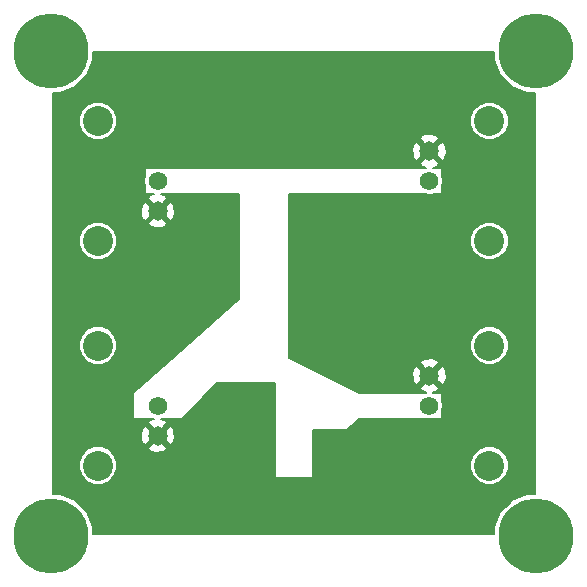
<source format=gbr>
G04 #@! TF.FileFunction,Copper,L2,Bot,Signal*
%FSLAX46Y46*%
G04 Gerber Fmt 4.6, Leading zero omitted, Abs format (unit mm)*
G04 Created by KiCad (PCBNEW (after 2015-mar-04 BZR unknown)-product) date 5/15/2017 4:58:40 PM*
%MOMM*%
G01*
G04 APERTURE LIST*
%ADD10C,0.150000*%
%ADD11C,6.350000*%
%ADD12C,1.574800*%
%ADD13C,1.651000*%
%ADD14C,2.540000*%
%ADD15C,0.889000*%
%ADD16C,0.203200*%
G04 APERTURE END LIST*
D10*
D11*
X4000000Y-45000000D03*
X45000000Y-4000000D03*
X4000000Y-4000000D03*
D12*
X13000000Y-15000000D03*
D13*
X13000000Y-17540000D03*
D14*
X7920000Y-20080000D03*
X7920000Y-9920000D03*
D11*
X45000000Y-45000000D03*
D12*
X36000000Y-15000000D03*
D13*
X36000000Y-12460000D03*
D14*
X41080000Y-9920000D03*
X41080000Y-20080000D03*
D12*
X13000000Y-34000000D03*
D13*
X13000000Y-36540000D03*
D14*
X7920000Y-39080000D03*
X7920000Y-28920000D03*
D12*
X36000000Y-34000000D03*
D13*
X36000000Y-31460000D03*
D14*
X41080000Y-28920000D03*
X41080000Y-39080000D03*
D15*
X27000000Y-40000000D03*
D16*
G36*
X44898400Y-41469309D02*
X44300801Y-41468788D01*
X43002688Y-42005157D01*
X42705881Y-42301446D01*
X42705881Y-38758067D01*
X42705881Y-28598067D01*
X42705881Y-19758067D01*
X42705881Y-9598067D01*
X42458920Y-9000375D01*
X42002030Y-8542687D01*
X41404770Y-8294683D01*
X40758067Y-8294119D01*
X40160375Y-8541080D01*
X39702687Y-8997970D01*
X39454683Y-9595230D01*
X39454119Y-10241933D01*
X39701080Y-10839625D01*
X40157970Y-11297313D01*
X40755230Y-11545317D01*
X41401933Y-11545881D01*
X41999625Y-11298920D01*
X42457313Y-10842030D01*
X42705317Y-10244770D01*
X42705881Y-9598067D01*
X42705881Y-19758067D01*
X42458920Y-19160375D01*
X42002030Y-18702687D01*
X41404770Y-18454683D01*
X40758067Y-18454119D01*
X40160375Y-18701080D01*
X39702687Y-19157970D01*
X39454683Y-19755230D01*
X39454119Y-20401933D01*
X39701080Y-20999625D01*
X40157970Y-21457313D01*
X40755230Y-21705317D01*
X41401933Y-21705881D01*
X41999625Y-21458920D01*
X42457313Y-21002030D01*
X42705317Y-20404770D01*
X42705881Y-19758067D01*
X42705881Y-28598067D01*
X42458920Y-28000375D01*
X42002030Y-27542687D01*
X41404770Y-27294683D01*
X40758067Y-27294119D01*
X40160375Y-27541080D01*
X39702687Y-27997970D01*
X39454683Y-28595230D01*
X39454119Y-29241933D01*
X39701080Y-29839625D01*
X40157970Y-30297313D01*
X40755230Y-30545317D01*
X41401933Y-30545881D01*
X41999625Y-30298920D01*
X42457313Y-29842030D01*
X42705317Y-29244770D01*
X42705881Y-28598067D01*
X42705881Y-38758067D01*
X42458920Y-38160375D01*
X42002030Y-37702687D01*
X41404770Y-37454683D01*
X40758067Y-37454119D01*
X40160375Y-37701080D01*
X39702687Y-38157970D01*
X39454683Y-38755230D01*
X39454119Y-39401933D01*
X39701080Y-39999625D01*
X40157970Y-40457313D01*
X40755230Y-40705317D01*
X41401933Y-40705881D01*
X41999625Y-40458920D01*
X42457313Y-40002030D01*
X42705317Y-39404770D01*
X42705881Y-38758067D01*
X42705881Y-42301446D01*
X42008648Y-42997464D01*
X41470014Y-44294639D01*
X41469486Y-44898400D01*
X37450625Y-44898400D01*
X37450625Y-31651534D01*
X37450625Y-12651534D01*
X37413500Y-12081824D01*
X37266906Y-11727915D01*
X37028364Y-11647162D01*
X36812838Y-11862688D01*
X36812838Y-11431636D01*
X36732085Y-11193094D01*
X36191534Y-11009375D01*
X35621824Y-11046500D01*
X35267915Y-11193094D01*
X35187162Y-11431636D01*
X36000000Y-12244474D01*
X36812838Y-11431636D01*
X36812838Y-11862688D01*
X36215526Y-12460000D01*
X37028364Y-13272838D01*
X37266906Y-13192085D01*
X37450625Y-12651534D01*
X37450625Y-31651534D01*
X37413500Y-31081824D01*
X37266906Y-30727915D01*
X37028364Y-30647162D01*
X36812838Y-30862688D01*
X36812838Y-30431636D01*
X36732085Y-30193094D01*
X36191534Y-30009375D01*
X35621824Y-30046500D01*
X35267915Y-30193094D01*
X35187162Y-30431636D01*
X36000000Y-31244474D01*
X36812838Y-30431636D01*
X36812838Y-30862688D01*
X36215526Y-31460000D01*
X37028364Y-32272838D01*
X37266906Y-32192085D01*
X37450625Y-31651534D01*
X37450625Y-44898400D01*
X37143198Y-44898400D01*
X37143198Y-33773641D01*
X37101600Y-33672965D01*
X37101600Y-32898400D01*
X36327577Y-32898400D01*
X36282608Y-32879727D01*
X36378176Y-32873500D01*
X36732085Y-32726906D01*
X36812838Y-32488364D01*
X36000000Y-31675526D01*
X35784474Y-31891052D01*
X35784474Y-31460000D01*
X34971636Y-30647162D01*
X34733094Y-30727915D01*
X34549375Y-31268466D01*
X34586500Y-31838176D01*
X34733094Y-32192085D01*
X34971636Y-32272838D01*
X35784474Y-31460000D01*
X35784474Y-31891052D01*
X35187162Y-32488364D01*
X35267915Y-32726906D01*
X35717886Y-32879839D01*
X35672965Y-32898400D01*
X30023985Y-32898400D01*
X24101600Y-29937208D01*
X24101600Y-16101600D01*
X35672422Y-16101600D01*
X35771646Y-16142801D01*
X36226359Y-16143198D01*
X36327034Y-16101600D01*
X37101600Y-16101600D01*
X37101600Y-15327577D01*
X37142801Y-15228354D01*
X37143198Y-14773641D01*
X37101600Y-14672965D01*
X37101600Y-13898400D01*
X36327577Y-13898400D01*
X36282608Y-13879727D01*
X36378176Y-13873500D01*
X36732085Y-13726906D01*
X36812838Y-13488364D01*
X36000000Y-12675526D01*
X35784474Y-12891052D01*
X35784474Y-12460000D01*
X34971636Y-11647162D01*
X34733094Y-11727915D01*
X34549375Y-12268466D01*
X34586500Y-12838176D01*
X34733094Y-13192085D01*
X34971636Y-13272838D01*
X35784474Y-12460000D01*
X35784474Y-12891052D01*
X35187162Y-13488364D01*
X35267915Y-13726906D01*
X35717886Y-13879839D01*
X35672965Y-13898400D01*
X13327577Y-13898400D01*
X13228354Y-13857199D01*
X12773641Y-13856802D01*
X12672965Y-13898400D01*
X11898400Y-13898400D01*
X11898400Y-14672422D01*
X11857199Y-14771646D01*
X11856802Y-15226359D01*
X11898400Y-15327034D01*
X11898400Y-16101600D01*
X12672422Y-16101600D01*
X12717391Y-16120272D01*
X12621824Y-16126500D01*
X12267915Y-16273094D01*
X12187162Y-16511636D01*
X13000000Y-17324474D01*
X13812838Y-16511636D01*
X13732085Y-16273094D01*
X13282113Y-16120160D01*
X13327034Y-16101600D01*
X19898400Y-16101600D01*
X19898400Y-24954375D01*
X14450625Y-29796841D01*
X14450625Y-17731534D01*
X14413500Y-17161824D01*
X14266906Y-16807915D01*
X14028364Y-16727162D01*
X13215526Y-17540000D01*
X14028364Y-18352838D01*
X14266906Y-18272085D01*
X14450625Y-17731534D01*
X14450625Y-29796841D01*
X13812838Y-30363763D01*
X13812838Y-18568364D01*
X13000000Y-17755526D01*
X12784474Y-17971052D01*
X12784474Y-17540000D01*
X11971636Y-16727162D01*
X11733094Y-16807915D01*
X11549375Y-17348466D01*
X11586500Y-17918176D01*
X11733094Y-18272085D01*
X11971636Y-18352838D01*
X12784474Y-17540000D01*
X12784474Y-17971052D01*
X12187162Y-18568364D01*
X12267915Y-18806906D01*
X12808466Y-18990625D01*
X13378176Y-18953500D01*
X13732085Y-18806906D01*
X13812838Y-18568364D01*
X13812838Y-30363763D01*
X10898400Y-32954375D01*
X10898400Y-35101600D01*
X12672422Y-35101600D01*
X12717391Y-35120272D01*
X12621824Y-35126500D01*
X12267915Y-35273094D01*
X12187162Y-35511636D01*
X13000000Y-36324474D01*
X13812838Y-35511636D01*
X13732085Y-35273094D01*
X13282113Y-35120160D01*
X13327034Y-35101600D01*
X15042084Y-35101600D01*
X18042084Y-32101600D01*
X22898400Y-32101600D01*
X22898400Y-40101600D01*
X26101600Y-40101600D01*
X26101600Y-36101600D01*
X29042084Y-36101600D01*
X30042084Y-35101600D01*
X35672422Y-35101600D01*
X35771646Y-35142801D01*
X36226359Y-35143198D01*
X36327034Y-35101600D01*
X37101600Y-35101600D01*
X37101600Y-34327577D01*
X37142801Y-34228354D01*
X37143198Y-33773641D01*
X37143198Y-44898400D01*
X14450625Y-44898400D01*
X14450625Y-36731534D01*
X14413500Y-36161824D01*
X14266906Y-35807915D01*
X14028364Y-35727162D01*
X13215526Y-36540000D01*
X14028364Y-37352838D01*
X14266906Y-37272085D01*
X14450625Y-36731534D01*
X14450625Y-44898400D01*
X13812838Y-44898400D01*
X13812838Y-37568364D01*
X13000000Y-36755526D01*
X12784474Y-36971052D01*
X12784474Y-36540000D01*
X11971636Y-35727162D01*
X11733094Y-35807915D01*
X11549375Y-36348466D01*
X11586500Y-36918176D01*
X11733094Y-37272085D01*
X11971636Y-37352838D01*
X12784474Y-36540000D01*
X12784474Y-36971052D01*
X12187162Y-37568364D01*
X12267915Y-37806906D01*
X12808466Y-37990625D01*
X13378176Y-37953500D01*
X13732085Y-37806906D01*
X13812838Y-37568364D01*
X13812838Y-44898400D01*
X9545881Y-44898400D01*
X9545881Y-38758067D01*
X9545881Y-28598067D01*
X9545881Y-19758067D01*
X9545881Y-9598067D01*
X9298920Y-9000375D01*
X8842030Y-8542687D01*
X8244770Y-8294683D01*
X7598067Y-8294119D01*
X7000375Y-8541080D01*
X6542687Y-8997970D01*
X6294683Y-9595230D01*
X6294119Y-10241933D01*
X6541080Y-10839625D01*
X6997970Y-11297313D01*
X7595230Y-11545317D01*
X8241933Y-11545881D01*
X8839625Y-11298920D01*
X9297313Y-10842030D01*
X9545317Y-10244770D01*
X9545881Y-9598067D01*
X9545881Y-19758067D01*
X9298920Y-19160375D01*
X8842030Y-18702687D01*
X8244770Y-18454683D01*
X7598067Y-18454119D01*
X7000375Y-18701080D01*
X6542687Y-19157970D01*
X6294683Y-19755230D01*
X6294119Y-20401933D01*
X6541080Y-20999625D01*
X6997970Y-21457313D01*
X7595230Y-21705317D01*
X8241933Y-21705881D01*
X8839625Y-21458920D01*
X9297313Y-21002030D01*
X9545317Y-20404770D01*
X9545881Y-19758067D01*
X9545881Y-28598067D01*
X9298920Y-28000375D01*
X8842030Y-27542687D01*
X8244770Y-27294683D01*
X7598067Y-27294119D01*
X7000375Y-27541080D01*
X6542687Y-27997970D01*
X6294683Y-28595230D01*
X6294119Y-29241933D01*
X6541080Y-29839625D01*
X6997970Y-30297313D01*
X7595230Y-30545317D01*
X8241933Y-30545881D01*
X8839625Y-30298920D01*
X9297313Y-29842030D01*
X9545317Y-29244770D01*
X9545881Y-28598067D01*
X9545881Y-38758067D01*
X9298920Y-38160375D01*
X8842030Y-37702687D01*
X8244770Y-37454683D01*
X7598067Y-37454119D01*
X7000375Y-37701080D01*
X6542687Y-38157970D01*
X6294683Y-38755230D01*
X6294119Y-39401933D01*
X6541080Y-39999625D01*
X6997970Y-40457313D01*
X7595230Y-40705317D01*
X8241933Y-40705881D01*
X8839625Y-40458920D01*
X9297313Y-40002030D01*
X9545317Y-39404770D01*
X9545881Y-38758067D01*
X9545881Y-44898400D01*
X7530690Y-44898400D01*
X7531212Y-44300801D01*
X6994843Y-43002688D01*
X6002536Y-42008648D01*
X4705361Y-41470014D01*
X4101600Y-41469486D01*
X4101600Y-7530690D01*
X4699199Y-7531212D01*
X5997312Y-6994843D01*
X6991352Y-6002536D01*
X7529986Y-4705361D01*
X7530513Y-4101600D01*
X41469309Y-4101600D01*
X41468788Y-4699199D01*
X42005157Y-5997312D01*
X42997464Y-6991352D01*
X44294639Y-7529986D01*
X44898400Y-7530513D01*
X44898400Y-41469309D01*
X44898400Y-41469309D01*
G37*
X44898400Y-41469309D02*
X44300801Y-41468788D01*
X43002688Y-42005157D01*
X42705881Y-42301446D01*
X42705881Y-38758067D01*
X42705881Y-28598067D01*
X42705881Y-19758067D01*
X42705881Y-9598067D01*
X42458920Y-9000375D01*
X42002030Y-8542687D01*
X41404770Y-8294683D01*
X40758067Y-8294119D01*
X40160375Y-8541080D01*
X39702687Y-8997970D01*
X39454683Y-9595230D01*
X39454119Y-10241933D01*
X39701080Y-10839625D01*
X40157970Y-11297313D01*
X40755230Y-11545317D01*
X41401933Y-11545881D01*
X41999625Y-11298920D01*
X42457313Y-10842030D01*
X42705317Y-10244770D01*
X42705881Y-9598067D01*
X42705881Y-19758067D01*
X42458920Y-19160375D01*
X42002030Y-18702687D01*
X41404770Y-18454683D01*
X40758067Y-18454119D01*
X40160375Y-18701080D01*
X39702687Y-19157970D01*
X39454683Y-19755230D01*
X39454119Y-20401933D01*
X39701080Y-20999625D01*
X40157970Y-21457313D01*
X40755230Y-21705317D01*
X41401933Y-21705881D01*
X41999625Y-21458920D01*
X42457313Y-21002030D01*
X42705317Y-20404770D01*
X42705881Y-19758067D01*
X42705881Y-28598067D01*
X42458920Y-28000375D01*
X42002030Y-27542687D01*
X41404770Y-27294683D01*
X40758067Y-27294119D01*
X40160375Y-27541080D01*
X39702687Y-27997970D01*
X39454683Y-28595230D01*
X39454119Y-29241933D01*
X39701080Y-29839625D01*
X40157970Y-30297313D01*
X40755230Y-30545317D01*
X41401933Y-30545881D01*
X41999625Y-30298920D01*
X42457313Y-29842030D01*
X42705317Y-29244770D01*
X42705881Y-28598067D01*
X42705881Y-38758067D01*
X42458920Y-38160375D01*
X42002030Y-37702687D01*
X41404770Y-37454683D01*
X40758067Y-37454119D01*
X40160375Y-37701080D01*
X39702687Y-38157970D01*
X39454683Y-38755230D01*
X39454119Y-39401933D01*
X39701080Y-39999625D01*
X40157970Y-40457313D01*
X40755230Y-40705317D01*
X41401933Y-40705881D01*
X41999625Y-40458920D01*
X42457313Y-40002030D01*
X42705317Y-39404770D01*
X42705881Y-38758067D01*
X42705881Y-42301446D01*
X42008648Y-42997464D01*
X41470014Y-44294639D01*
X41469486Y-44898400D01*
X37450625Y-44898400D01*
X37450625Y-31651534D01*
X37450625Y-12651534D01*
X37413500Y-12081824D01*
X37266906Y-11727915D01*
X37028364Y-11647162D01*
X36812838Y-11862688D01*
X36812838Y-11431636D01*
X36732085Y-11193094D01*
X36191534Y-11009375D01*
X35621824Y-11046500D01*
X35267915Y-11193094D01*
X35187162Y-11431636D01*
X36000000Y-12244474D01*
X36812838Y-11431636D01*
X36812838Y-11862688D01*
X36215526Y-12460000D01*
X37028364Y-13272838D01*
X37266906Y-13192085D01*
X37450625Y-12651534D01*
X37450625Y-31651534D01*
X37413500Y-31081824D01*
X37266906Y-30727915D01*
X37028364Y-30647162D01*
X36812838Y-30862688D01*
X36812838Y-30431636D01*
X36732085Y-30193094D01*
X36191534Y-30009375D01*
X35621824Y-30046500D01*
X35267915Y-30193094D01*
X35187162Y-30431636D01*
X36000000Y-31244474D01*
X36812838Y-30431636D01*
X36812838Y-30862688D01*
X36215526Y-31460000D01*
X37028364Y-32272838D01*
X37266906Y-32192085D01*
X37450625Y-31651534D01*
X37450625Y-44898400D01*
X37143198Y-44898400D01*
X37143198Y-33773641D01*
X37101600Y-33672965D01*
X37101600Y-32898400D01*
X36327577Y-32898400D01*
X36282608Y-32879727D01*
X36378176Y-32873500D01*
X36732085Y-32726906D01*
X36812838Y-32488364D01*
X36000000Y-31675526D01*
X35784474Y-31891052D01*
X35784474Y-31460000D01*
X34971636Y-30647162D01*
X34733094Y-30727915D01*
X34549375Y-31268466D01*
X34586500Y-31838176D01*
X34733094Y-32192085D01*
X34971636Y-32272838D01*
X35784474Y-31460000D01*
X35784474Y-31891052D01*
X35187162Y-32488364D01*
X35267915Y-32726906D01*
X35717886Y-32879839D01*
X35672965Y-32898400D01*
X30023985Y-32898400D01*
X24101600Y-29937208D01*
X24101600Y-16101600D01*
X35672422Y-16101600D01*
X35771646Y-16142801D01*
X36226359Y-16143198D01*
X36327034Y-16101600D01*
X37101600Y-16101600D01*
X37101600Y-15327577D01*
X37142801Y-15228354D01*
X37143198Y-14773641D01*
X37101600Y-14672965D01*
X37101600Y-13898400D01*
X36327577Y-13898400D01*
X36282608Y-13879727D01*
X36378176Y-13873500D01*
X36732085Y-13726906D01*
X36812838Y-13488364D01*
X36000000Y-12675526D01*
X35784474Y-12891052D01*
X35784474Y-12460000D01*
X34971636Y-11647162D01*
X34733094Y-11727915D01*
X34549375Y-12268466D01*
X34586500Y-12838176D01*
X34733094Y-13192085D01*
X34971636Y-13272838D01*
X35784474Y-12460000D01*
X35784474Y-12891052D01*
X35187162Y-13488364D01*
X35267915Y-13726906D01*
X35717886Y-13879839D01*
X35672965Y-13898400D01*
X13327577Y-13898400D01*
X13228354Y-13857199D01*
X12773641Y-13856802D01*
X12672965Y-13898400D01*
X11898400Y-13898400D01*
X11898400Y-14672422D01*
X11857199Y-14771646D01*
X11856802Y-15226359D01*
X11898400Y-15327034D01*
X11898400Y-16101600D01*
X12672422Y-16101600D01*
X12717391Y-16120272D01*
X12621824Y-16126500D01*
X12267915Y-16273094D01*
X12187162Y-16511636D01*
X13000000Y-17324474D01*
X13812838Y-16511636D01*
X13732085Y-16273094D01*
X13282113Y-16120160D01*
X13327034Y-16101600D01*
X19898400Y-16101600D01*
X19898400Y-24954375D01*
X14450625Y-29796841D01*
X14450625Y-17731534D01*
X14413500Y-17161824D01*
X14266906Y-16807915D01*
X14028364Y-16727162D01*
X13215526Y-17540000D01*
X14028364Y-18352838D01*
X14266906Y-18272085D01*
X14450625Y-17731534D01*
X14450625Y-29796841D01*
X13812838Y-30363763D01*
X13812838Y-18568364D01*
X13000000Y-17755526D01*
X12784474Y-17971052D01*
X12784474Y-17540000D01*
X11971636Y-16727162D01*
X11733094Y-16807915D01*
X11549375Y-17348466D01*
X11586500Y-17918176D01*
X11733094Y-18272085D01*
X11971636Y-18352838D01*
X12784474Y-17540000D01*
X12784474Y-17971052D01*
X12187162Y-18568364D01*
X12267915Y-18806906D01*
X12808466Y-18990625D01*
X13378176Y-18953500D01*
X13732085Y-18806906D01*
X13812838Y-18568364D01*
X13812838Y-30363763D01*
X10898400Y-32954375D01*
X10898400Y-35101600D01*
X12672422Y-35101600D01*
X12717391Y-35120272D01*
X12621824Y-35126500D01*
X12267915Y-35273094D01*
X12187162Y-35511636D01*
X13000000Y-36324474D01*
X13812838Y-35511636D01*
X13732085Y-35273094D01*
X13282113Y-35120160D01*
X13327034Y-35101600D01*
X15042084Y-35101600D01*
X18042084Y-32101600D01*
X22898400Y-32101600D01*
X22898400Y-40101600D01*
X26101600Y-40101600D01*
X26101600Y-36101600D01*
X29042084Y-36101600D01*
X30042084Y-35101600D01*
X35672422Y-35101600D01*
X35771646Y-35142801D01*
X36226359Y-35143198D01*
X36327034Y-35101600D01*
X37101600Y-35101600D01*
X37101600Y-34327577D01*
X37142801Y-34228354D01*
X37143198Y-33773641D01*
X37143198Y-44898400D01*
X14450625Y-44898400D01*
X14450625Y-36731534D01*
X14413500Y-36161824D01*
X14266906Y-35807915D01*
X14028364Y-35727162D01*
X13215526Y-36540000D01*
X14028364Y-37352838D01*
X14266906Y-37272085D01*
X14450625Y-36731534D01*
X14450625Y-44898400D01*
X13812838Y-44898400D01*
X13812838Y-37568364D01*
X13000000Y-36755526D01*
X12784474Y-36971052D01*
X12784474Y-36540000D01*
X11971636Y-35727162D01*
X11733094Y-35807915D01*
X11549375Y-36348466D01*
X11586500Y-36918176D01*
X11733094Y-37272085D01*
X11971636Y-37352838D01*
X12784474Y-36540000D01*
X12784474Y-36971052D01*
X12187162Y-37568364D01*
X12267915Y-37806906D01*
X12808466Y-37990625D01*
X13378176Y-37953500D01*
X13732085Y-37806906D01*
X13812838Y-37568364D01*
X13812838Y-44898400D01*
X9545881Y-44898400D01*
X9545881Y-38758067D01*
X9545881Y-28598067D01*
X9545881Y-19758067D01*
X9545881Y-9598067D01*
X9298920Y-9000375D01*
X8842030Y-8542687D01*
X8244770Y-8294683D01*
X7598067Y-8294119D01*
X7000375Y-8541080D01*
X6542687Y-8997970D01*
X6294683Y-9595230D01*
X6294119Y-10241933D01*
X6541080Y-10839625D01*
X6997970Y-11297313D01*
X7595230Y-11545317D01*
X8241933Y-11545881D01*
X8839625Y-11298920D01*
X9297313Y-10842030D01*
X9545317Y-10244770D01*
X9545881Y-9598067D01*
X9545881Y-19758067D01*
X9298920Y-19160375D01*
X8842030Y-18702687D01*
X8244770Y-18454683D01*
X7598067Y-18454119D01*
X7000375Y-18701080D01*
X6542687Y-19157970D01*
X6294683Y-19755230D01*
X6294119Y-20401933D01*
X6541080Y-20999625D01*
X6997970Y-21457313D01*
X7595230Y-21705317D01*
X8241933Y-21705881D01*
X8839625Y-21458920D01*
X9297313Y-21002030D01*
X9545317Y-20404770D01*
X9545881Y-19758067D01*
X9545881Y-28598067D01*
X9298920Y-28000375D01*
X8842030Y-27542687D01*
X8244770Y-27294683D01*
X7598067Y-27294119D01*
X7000375Y-27541080D01*
X6542687Y-27997970D01*
X6294683Y-28595230D01*
X6294119Y-29241933D01*
X6541080Y-29839625D01*
X6997970Y-30297313D01*
X7595230Y-30545317D01*
X8241933Y-30545881D01*
X8839625Y-30298920D01*
X9297313Y-29842030D01*
X9545317Y-29244770D01*
X9545881Y-28598067D01*
X9545881Y-38758067D01*
X9298920Y-38160375D01*
X8842030Y-37702687D01*
X8244770Y-37454683D01*
X7598067Y-37454119D01*
X7000375Y-37701080D01*
X6542687Y-38157970D01*
X6294683Y-38755230D01*
X6294119Y-39401933D01*
X6541080Y-39999625D01*
X6997970Y-40457313D01*
X7595230Y-40705317D01*
X8241933Y-40705881D01*
X8839625Y-40458920D01*
X9297313Y-40002030D01*
X9545317Y-39404770D01*
X9545881Y-38758067D01*
X9545881Y-44898400D01*
X7530690Y-44898400D01*
X7531212Y-44300801D01*
X6994843Y-43002688D01*
X6002536Y-42008648D01*
X4705361Y-41470014D01*
X4101600Y-41469486D01*
X4101600Y-7530690D01*
X4699199Y-7531212D01*
X5997312Y-6994843D01*
X6991352Y-6002536D01*
X7529986Y-4705361D01*
X7530513Y-4101600D01*
X41469309Y-4101600D01*
X41468788Y-4699199D01*
X42005157Y-5997312D01*
X42997464Y-6991352D01*
X44294639Y-7529986D01*
X44898400Y-7530513D01*
X44898400Y-41469309D01*
M02*

</source>
